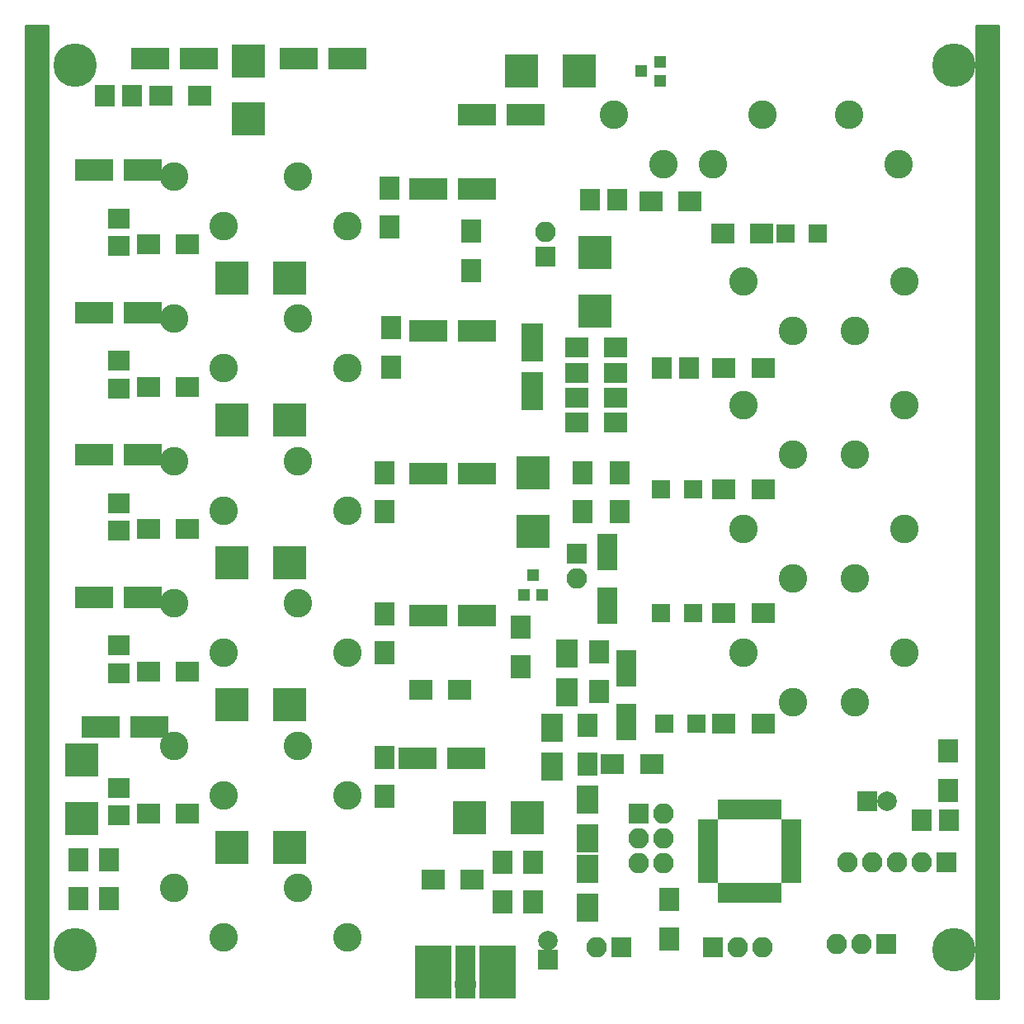
<source format=gbr>
G04 #@! TF.FileFunction,Soldermask,Top*
%FSLAX46Y46*%
G04 Gerber Fmt 4.6, Leading zero omitted, Abs format (unit mm)*
G04 Created by KiCad (PCBNEW 4.0.7-e1-6374~58~ubuntu14.04.1) date Fri Aug  4 16:13:01 2017*
%MOMM*%
%LPD*%
G01*
G04 APERTURE LIST*
%ADD10C,0.100000*%
%ADD11R,3.400000X3.400000*%
%ADD12R,2.000000X2.400000*%
%ADD13R,2.400000X2.000000*%
%ADD14R,1.997660X2.200860*%
%ADD15R,2.200860X1.997660*%
%ADD16R,1.200100X1.200100*%
%ADD17R,2.100000X2.400000*%
%ADD18R,2.400000X2.100000*%
%ADD19R,3.900000X2.200000*%
%ADD20R,2.200000X3.900000*%
%ADD21R,2.100000X3.700000*%
%ADD22R,2.100000X2.100000*%
%ADD23O,2.100000X2.100000*%
%ADD24C,4.464000*%
%ADD25R,2.000000X0.950000*%
%ADD26R,0.950000X2.000000*%
%ADD27R,2.000000X5.400000*%
%ADD28R,3.700000X5.400000*%
%ADD29C,2.250000*%
%ADD30C,2.940000*%
%ADD31R,2.000000X2.000000*%
%ADD32C,2.000000*%
%ADD33R,2.200000X2.900000*%
%ADD34R,1.900000X1.900000*%
%ADD35C,0.254000*%
G04 APERTURE END LIST*
D10*
D11*
X146225000Y-85979000D03*
X152225000Y-85979000D03*
D12*
X182753000Y-135858000D03*
X182753000Y-131858000D03*
X162560000Y-91091000D03*
X162560000Y-95091000D03*
X161925000Y-120428000D03*
X161925000Y-124428000D03*
X161925000Y-135160000D03*
X161925000Y-139160000D03*
D13*
X166910000Y-147701000D03*
X170910000Y-147701000D03*
D12*
X170815000Y-81185000D03*
X170815000Y-85185000D03*
D13*
X169640000Y-128270000D03*
X165640000Y-128270000D03*
D14*
X136039860Y-67310000D03*
X133200140Y-67310000D03*
D15*
X134620000Y-82699860D03*
X134620000Y-79860140D03*
X134620000Y-97304860D03*
X134620000Y-94465140D03*
X134620000Y-111909860D03*
X134620000Y-109070140D03*
X134620000Y-126514860D03*
X134620000Y-123675140D03*
X134620000Y-141119860D03*
X134620000Y-138280140D03*
D14*
X219859860Y-141605000D03*
X217020140Y-141605000D03*
X185823860Y-77978000D03*
X182984140Y-77978000D03*
X193189860Y-95250000D03*
X190350140Y-95250000D03*
D16*
X176215000Y-118475760D03*
X178115000Y-118475760D03*
X177165000Y-116476780D03*
X190230760Y-65720000D03*
X190230760Y-63820000D03*
X188231780Y-64770000D03*
D17*
X133667500Y-145637500D03*
X133667500Y-149637500D03*
X130492500Y-145637500D03*
X130492500Y-149637500D03*
D18*
X142970000Y-67310000D03*
X138970000Y-67310000D03*
X141700000Y-82550000D03*
X137700000Y-82550000D03*
X141700000Y-97155000D03*
X137700000Y-97155000D03*
X141700000Y-111760000D03*
X137700000Y-111760000D03*
X141700000Y-126365000D03*
X137700000Y-126365000D03*
X141700000Y-140970000D03*
X137700000Y-140970000D03*
X189325000Y-135890000D03*
X185325000Y-135890000D03*
D17*
X177165000Y-145955000D03*
X177165000Y-149955000D03*
X173990000Y-145955000D03*
X173990000Y-149955000D03*
X219710000Y-134525000D03*
X219710000Y-138525000D03*
D18*
X181642000Y-93091000D03*
X185642000Y-93091000D03*
X181642000Y-95758000D03*
X185642000Y-95758000D03*
X181642000Y-98298000D03*
X185642000Y-98298000D03*
X181642000Y-100838000D03*
X185642000Y-100838000D03*
D19*
X137120000Y-89535000D03*
X132120000Y-89535000D03*
X142835000Y-63500000D03*
X137835000Y-63500000D03*
X137120000Y-74930000D03*
X132120000Y-74930000D03*
X137120000Y-104140000D03*
X132120000Y-104140000D03*
X137120000Y-118745000D03*
X132120000Y-118745000D03*
X137755000Y-132080000D03*
X132755000Y-132080000D03*
X153075000Y-63500000D03*
X158075000Y-63500000D03*
X166410000Y-76835000D03*
X171410000Y-76835000D03*
X166410000Y-91440000D03*
X171410000Y-91440000D03*
X166410000Y-106045000D03*
X171410000Y-106045000D03*
X166410000Y-120650000D03*
X171410000Y-120650000D03*
X165267000Y-135255000D03*
X170267000Y-135255000D03*
D20*
X177101500Y-97623000D03*
X177101500Y-92623000D03*
D21*
X186690000Y-126028000D03*
X186690000Y-131528000D03*
X184785000Y-119590000D03*
X184785000Y-114090000D03*
D22*
X181610000Y-114300000D03*
D23*
X181610000Y-116840000D03*
D12*
X162433000Y-76740000D03*
X162433000Y-80740000D03*
X161925000Y-105950000D03*
X161925000Y-109950000D03*
D24*
X130175000Y-64135000D03*
X220345000Y-64135000D03*
X130175000Y-154940000D03*
D17*
X191135000Y-149765000D03*
X191135000Y-153765000D03*
D18*
X193262000Y-78105000D03*
X189262000Y-78105000D03*
X200755000Y-95250000D03*
X196755000Y-95250000D03*
X200755000Y-107696000D03*
X196755000Y-107696000D03*
X200755000Y-120396000D03*
X196755000Y-120396000D03*
D25*
X203640000Y-147580000D03*
X203640000Y-146780000D03*
X203640000Y-145980000D03*
X203640000Y-145180000D03*
X203640000Y-144380000D03*
X203640000Y-143580000D03*
X203640000Y-142780000D03*
X203640000Y-141980000D03*
D26*
X202190000Y-140530000D03*
X201390000Y-140530000D03*
X200590000Y-140530000D03*
X199790000Y-140530000D03*
X198990000Y-140530000D03*
X198190000Y-140530000D03*
X197390000Y-140530000D03*
X196590000Y-140530000D03*
D25*
X195140000Y-141980000D03*
X195140000Y-142780000D03*
X195140000Y-143580000D03*
X195140000Y-144380000D03*
X195140000Y-145180000D03*
X195140000Y-145980000D03*
X195140000Y-146780000D03*
X195140000Y-147580000D03*
D26*
X196590000Y-149030000D03*
X197390000Y-149030000D03*
X198190000Y-149030000D03*
X198990000Y-149030000D03*
X199790000Y-149030000D03*
X200590000Y-149030000D03*
X201390000Y-149030000D03*
X202190000Y-149030000D03*
D12*
X186055000Y-109950000D03*
X186055000Y-105950000D03*
D27*
X170180000Y-157193000D03*
D28*
X166880000Y-157193000D03*
X173480000Y-157193000D03*
D29*
X170180000Y-158493000D03*
X172720000Y-158493000D03*
X167640000Y-158493000D03*
D24*
X220345000Y-154940000D03*
D30*
X140335000Y-148590000D03*
X145415000Y-153670000D03*
X158115000Y-153670000D03*
X153035000Y-148590000D03*
X145415000Y-139065000D03*
X140335000Y-133985000D03*
X158115000Y-139065000D03*
X153035000Y-133985000D03*
X145415000Y-124460000D03*
X140335000Y-119380000D03*
X158115000Y-124460000D03*
X153035000Y-119380000D03*
X145415000Y-109855000D03*
X140335000Y-104775000D03*
X158115000Y-109855000D03*
X153035000Y-104775000D03*
X145415000Y-95250000D03*
X140335000Y-90170000D03*
X158115000Y-95250000D03*
X153035000Y-90170000D03*
X145415000Y-80645000D03*
X140335000Y-75565000D03*
X158115000Y-80645000D03*
X153035000Y-75565000D03*
X200660000Y-69215000D03*
X195580000Y-74295000D03*
X203835000Y-91440000D03*
X198755000Y-86360000D03*
X215265000Y-86360000D03*
X210185000Y-91440000D03*
X203835000Y-104140000D03*
X198755000Y-99060000D03*
X215265000Y-99060000D03*
X210185000Y-104140000D03*
X215265000Y-111760000D03*
X210185000Y-116840000D03*
X203835000Y-116840000D03*
X198755000Y-111760000D03*
X203835000Y-129540000D03*
X198755000Y-124460000D03*
X215265000Y-124460000D03*
X210185000Y-129540000D03*
X214630000Y-74295000D03*
X209550000Y-69215000D03*
D11*
X130810000Y-135430000D03*
X130810000Y-141430000D03*
X147955000Y-63675000D03*
X147955000Y-69675000D03*
X146225000Y-100584000D03*
X152225000Y-100584000D03*
X146225000Y-115189000D03*
X152225000Y-115189000D03*
X146225000Y-129794000D03*
X152225000Y-129794000D03*
X146225000Y-144399000D03*
X152225000Y-144399000D03*
X170609000Y-141351000D03*
X176609000Y-141351000D03*
X183515000Y-89360000D03*
X183515000Y-83360000D03*
X175943000Y-64770000D03*
X181943000Y-64770000D03*
D12*
X182245000Y-105950000D03*
X182245000Y-109950000D03*
D17*
X175895000Y-121825000D03*
X175895000Y-125825000D03*
D18*
X200755000Y-131699000D03*
X196755000Y-131699000D03*
X196628000Y-81407000D03*
X200628000Y-81407000D03*
D12*
X183896000Y-124365000D03*
X183896000Y-128365000D03*
D31*
X211455000Y-139700000D03*
D32*
X213455000Y-139700000D03*
D31*
X178689000Y-155956000D03*
D32*
X178689000Y-153956000D03*
D33*
X182753000Y-139478000D03*
X182753000Y-143478000D03*
X180594000Y-124492000D03*
X180594000Y-128492000D03*
X182753000Y-146590000D03*
X182753000Y-150590000D03*
X179070000Y-132112000D03*
X179070000Y-136112000D03*
D19*
X176363000Y-69215000D03*
X171363000Y-69215000D03*
D34*
X193547000Y-107696000D03*
X190247000Y-107696000D03*
X193547000Y-120396000D03*
X190247000Y-120396000D03*
X193928000Y-131699000D03*
X190628000Y-131699000D03*
X203074000Y-81407000D03*
X206374000Y-81407000D03*
D22*
X186182000Y-154686000D03*
D23*
X183642000Y-154686000D03*
D22*
X187960000Y-140970000D03*
D23*
X190500000Y-140970000D03*
X187960000Y-143510000D03*
X190500000Y-143510000D03*
X187960000Y-146050000D03*
X190500000Y-146050000D03*
D22*
X219583000Y-145923000D03*
D23*
X217043000Y-145923000D03*
X214503000Y-145923000D03*
X211963000Y-145923000D03*
X209423000Y-145923000D03*
D22*
X195580000Y-154686000D03*
D23*
X198120000Y-154686000D03*
X200660000Y-154686000D03*
D22*
X178435000Y-83820000D03*
D23*
X178435000Y-81280000D03*
D22*
X213360000Y-154305000D03*
D23*
X210820000Y-154305000D03*
X208280000Y-154305000D03*
D11*
X177165000Y-105966000D03*
X177165000Y-111966000D03*
D30*
X190500000Y-74295000D03*
X185420000Y-69215000D03*
D35*
G36*
X127381000Y-159893000D02*
X125095000Y-159893000D01*
X125095000Y-60071000D01*
X127381000Y-60071000D01*
X127381000Y-159893000D01*
X127381000Y-159893000D01*
G37*
X127381000Y-159893000D02*
X125095000Y-159893000D01*
X125095000Y-60071000D01*
X127381000Y-60071000D01*
X127381000Y-159893000D01*
G36*
X224917000Y-159893000D02*
X222631000Y-159893000D01*
X222631000Y-60071000D01*
X224917000Y-60071000D01*
X224917000Y-159893000D01*
X224917000Y-159893000D01*
G37*
X224917000Y-159893000D02*
X222631000Y-159893000D01*
X222631000Y-60071000D01*
X224917000Y-60071000D01*
X224917000Y-159893000D01*
M02*

</source>
